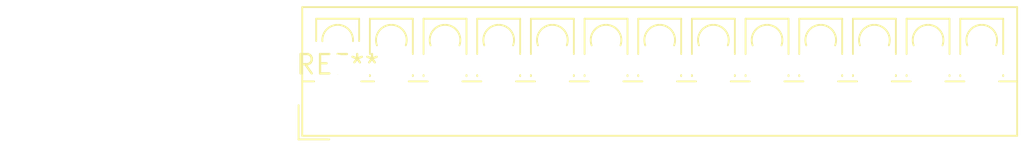
<source format=kicad_pcb>
(kicad_pcb (version 20240108) (generator pcbnew)
  (layers (0 "F.Cu" signal) (31 "B.Cu" signal) (34 "B.Paste" user) (35 "F.Paste" user) (36 "B.SilkS" user "B.Silkscreen") (37 "F.SilkS" user "F.Silkscreen") (38 "B.Mask" user) (39 "F.Mask" user) (44 "Edge.Cuts" user))
  (net 0 "")
  (footprint "TerminalBlock_4Ucon_1x13_P3.50mm_Vertical" (layer "F.Cu") (at 0 0)
    (property "Reference" "REF**")
    (property "Value" "TerminalBlock_4Ucon_1x13_P3.50mm_Vertical")
    (fp_line (start -2.55 2.66) (end -2.55 4.9) (layer "F.SilkS") (stroke (width 0.12)))
    (fp_line (start -2.55 4.9) (end -0.55 4.9) (layer "F.SilkS") (stroke (width 0.12)))
    (fp_line (start -2.31 -3.76) (end -2.31 4.66) (layer "F.SilkS") (stroke (width 0.12)))
    (fp_line (start -2.31 -3.76) (end 44.31 -3.76) (layer "F.SilkS") (stroke (width 0.12)))
    (fp_line (start -2.31 1.101) (end -1.54 1.101) (layer "F.SilkS") (stroke (width 0.12)))
    (fp_line (start -2.31 4.66) (end 44.31 4.66) (layer "F.SilkS") (stroke (width 0.12)))
    (fp_line (start -1.4 -3) (end -1.4 -1.54) (layer "F.SilkS") (stroke (width 0.12)))
    (fp_line (start -1.4 -3) (end 1.4 -3) (layer "F.SilkS") (stroke (width 0.12)))
    (fp_line (start 1.4 -3) (end 1.4 -1.54) (layer "F.SilkS") (stroke (width 0.12)))
    (fp_line (start 1.54 1.101) (end 2.367 1.101) (layer "F.SilkS") (stroke (width 0.12)))
    (fp_line (start 2.1 -3) (end 2.1 -0.689) (layer "F.SilkS") (stroke (width 0.12)))
    (fp_line (start 2.1 -3) (end 4.9 -3) (layer "F.SilkS") (stroke (width 0.12)))
    (fp_line (start 2.1 0.689) (end 2.1 0.75) (layer "F.SilkS") (stroke (width 0.12)))
    (fp_line (start 2.1 0.75) (end 2.101 0.75) (layer "F.SilkS") (stroke (width 0.12)))
    (fp_line (start 4.634 1.101) (end 5.867 1.101) (layer "F.SilkS") (stroke (width 0.12)))
    (fp_line (start 4.9 -3) (end 4.9 -0.689) (layer "F.SilkS") (stroke (width 0.12)))
    (fp_line (start 4.9 0.689) (end 4.9 0.75) (layer "F.SilkS") (stroke (width 0.12)))
    (fp_line (start 4.9 0.75) (end 4.9 0.75) (layer "F.SilkS") (stroke (width 0.12)))
    (fp_line (start 5.6 -3) (end 5.6 -0.689) (layer "F.SilkS") (stroke (width 0.12)))
    (fp_line (start 5.6 -3) (end 8.4 -3) (layer "F.SilkS") (stroke (width 0.12)))
    (fp_line (start 5.6 0.689) (end 5.6 0.75) (layer "F.SilkS") (stroke (width 0.12)))
    (fp_line (start 5.6 0.75) (end 5.601 0.75) (layer "F.SilkS") (stroke (width 0.12)))
    (fp_line (start 8.134 1.101) (end 9.367 1.101) (layer "F.SilkS") (stroke (width 0.12)))
    (fp_line (start 8.4 -3) (end 8.4 -0.689) (layer "F.SilkS") (stroke (width 0.12)))
    (fp_line (start 8.4 0.689) (end 8.4 0.75) (layer "F.SilkS") (stroke (width 0.12)))
    (fp_line (start 8.4 0.75) (end 8.4 0.75) (layer "F.SilkS") (stroke (width 0.12)))
    (fp_line (start 9.1 -3) (end 9.1 -0.689) (layer "F.SilkS") (stroke (width 0.12)))
    (fp_line (start 9.1 -3) (end 11.9 -3) (layer "F.SilkS") (stroke (width 0.12)))
    (fp_line (start 9.1 0.689) (end 9.1 0.75) (layer "F.SilkS") (stroke (width 0.12)))
    (fp_line (start 9.1 0.75) (end 9.101 0.75) (layer "F.SilkS") (stroke (width 0.12)))
    (fp_line (start 11.634 1.101) (end 12.867 1.101) (layer "F.SilkS") (stroke (width 0.12)))
    (fp_line (start 11.9 -3) (end 11.9 -0.689) (layer "F.SilkS") (stroke (width 0.12)))
    (fp_line (start 11.9 0.689) (end 11.9 0.75) (layer "F.SilkS") (stroke (width 0.12)))
    (fp_line (start 11.9 0.75) (end 11.9 0.75) (layer "F.SilkS") (stroke (width 0.12)))
    (fp_line (start 12.6 -3) (end 12.6 -0.689) (layer "F.SilkS") (stroke (width 0.12)))
    (fp_line (start 12.6 -3) (end 15.4 -3) (layer "F.SilkS") (stroke (width 0.12)))
    (fp_line (start 12.6 0.689) (end 12.6 0.75) (layer "F.SilkS") (stroke (width 0.12)))
    (fp_line (start 12.6 0.75) (end 12.601 0.75) (layer "F.SilkS") (stroke (width 0.12)))
    (fp_line (start 15.134 1.101) (end 16.367 1.101) (layer "F.SilkS") (stroke (width 0.12)))
    (fp_line (start 15.4 -3) (end 15.4 -0.689) (layer "F.SilkS") (stroke (width 0.12)))
    (fp_line (start 15.4 0.689) (end 15.4 0.75) (layer "F.SilkS") (stroke (width 0.12)))
    (fp_line (start 15.4 0.75) (end 15.4 0.75) (layer "F.SilkS") (stroke (width 0.12)))
    (fp_line (start 16.101 -3) (end 16.101 -0.689) (layer "F.SilkS") (stroke (width 0.12)))
    (fp_line (start 16.101 -3) (end 18.9 -3) (layer "F.SilkS") (stroke (width 0.12)))
    (fp_line (start 16.101 0.689) (end 16.101 0.75) (layer "F.SilkS") (stroke (width 0.12)))
    (fp_line (start 16.101 0.75) (end 16.101 0.75) (layer "F.SilkS") (stroke (width 0.12)))
    (fp_line (start 18.634 1.101) (end 19.867 1.101) (layer "F.SilkS") (stroke (width 0.12)))
    (fp_line (start 18.9 -3) (end 18.9 -0.689) (layer "F.SilkS") (stroke (width 0.12)))
    (fp_line (start 18.9 0.689) (end 18.9 0.75) (layer "F.SilkS") (stroke (width 0.12)))
    (fp_line (start 18.9 0.75) (end 18.9 0.75) (layer "F.SilkS") (stroke (width 0.12)))
    (fp_line (start 19.6 -3) (end 19.6 -0.689) (layer "F.SilkS") (stroke (width 0.12)))
    (fp_line (start 19.6 -3) (end 22.4 -3) (layer "F.SilkS") (stroke (width 0.12)))
    (fp_line (start 19.6 0.689) (end 19.6 0.75) (layer "F.SilkS") (stroke (width 0.12)))
    (fp_line (start 19.6 0.75) (end 19.601 0.75) (layer "F.SilkS") (stroke (width 0.12)))
    (fp_line (start 22.134 1.101) (end 23.367 1.101) (layer "F.SilkS") (stroke (width 0.12)))
    (fp_line (start 22.4 -3) (end 22.4 -0.689) (layer "F.SilkS") (stroke (width 0.12)))
    (fp_line (start 22.4 0.689) (end 22.4 0.75) (layer "F.SilkS") (stroke (width 0.12)))
    (fp_line (start 22.4 0.75) (end 22.4 0.75) (layer "F.SilkS") (stroke (width 0.12)))
    (fp_line (start 23.1 -3) (end 23.1 -0.689) (layer "F.SilkS") (stroke (width 0.12)))
    (fp_line (start 23.1 -3) (end 25.9 -3) (layer "F.SilkS") (stroke (width 0.12)))
    (fp_line (start 23.1 0.689) (end 23.1 0.75) (layer "F.SilkS") (stroke (width 0.12)))
    (fp_line (start 23.1 0.75) (end 23.101 0.75) (layer "F.SilkS") (stroke (width 0.12)))
    (fp_line (start 25.634 1.101) (end 26.867 1.101) (layer "F.SilkS") (stroke (width 0.12)))
    (fp_line (start 25.9 -3) (end 25.9 -0.689) (layer "F.SilkS") (stroke (width 0.12)))
    (fp_line (start 25.9 0.689) (end 25.9 0.75) (layer "F.SilkS") (stroke (width 0.12)))
    (fp_line (start 25.9 0.75) (end 25.9 0.75) (layer "F.SilkS") (stroke (width 0.12)))
    (fp_line (start 26.6 -3) (end 26.6 -0.689) (layer "F.SilkS") (stroke (width 0.12)))
    (fp_line (start 26.6 -3) (end 29.4 -3) (layer "F.SilkS") (stroke (width 0.12)))
    (fp_line (start 26.6 0.689) (end 26.6 0.75) (layer "F.SilkS") (stroke (width 0.12)))
    (fp_line (start 26.6 0.75) (end 26.601 0.75) (layer "F.SilkS") (stroke (width 0.12)))
    (fp_line (start 29.134 1.101) (end 30.367 1.101) (layer "F.SilkS") (stroke (width 0.12)))
    (fp_line (start 29.4 -3) (end 29.4 -0.689) (layer "F.SilkS") (stroke (width 0.12)))
    (fp_line (start 29.4 0.689) (end 29.4 0.75) (layer "F.SilkS") (stroke (width 0.12)))
    (fp_line (start 29.4 0.75) (end 29.4 0.75) (layer "F.SilkS") (stroke (width 0.12)))
    (fp_line (start 30.1 -3) (end 30.1 -0.689) (layer "F.SilkS") (stroke (width 0.12)))
    (fp_line (start 30.1 -3) (end 32.9 -3) (layer "F.SilkS") (stroke (width 0.12)))
    (fp_line (start 30.1 0.689) (end 30.1 0.75) (layer "F.SilkS") (stroke (width 0.12)))
    (fp_line (start 30.1 0.75) (end 30.101 0.75) (layer "F.SilkS") (stroke (width 0.12)))
    (fp_line (start 32.634 1.101) (end 33.867 1.101) (layer "F.SilkS") (stroke (width 0.12)))
    (fp_line (start 32.9 -3) (end 32.9 -0.689) (layer "F.SilkS") (stroke (width 0.12)))
    (fp_line (start 32.9 0.689) (end 32.9 0.75) (layer "F.SilkS") (stroke (width 0.12)))
    (fp_line (start 32.9 0.75) (end 32.9 0.75) (layer "F.SilkS") (stroke (width 0.12)))
    (fp_line (start 33.6 -3) (end 33.6 -0.689) (layer "F.SilkS") (stroke (width 0.12)))
    (fp_line (start 33.6 -3) (end 36.4 -3) (layer "F.SilkS") (stroke (width 0.12)))
    (fp_line (start 33.6 0.689) (end 33.6 0.75) (layer "F.SilkS") (stroke (width 0.12)))
    (fp_line (start 33.6 0.75) (end 33.601 0.75) (layer "F.SilkS") (stroke (width 0.12)))
    (fp_line (start 36.134 1.101) (end 37.367 1.101) (layer "F.SilkS") (stroke (width 0.12)))
    (fp_line (start 36.4 -3) (end 36.4 -0.689) (layer "F.SilkS") (stroke (width 0.12)))
    (fp_line (start 36.4 0.689) (end 36.4 0.75) (layer "F.SilkS") (stroke (width 0.12)))
    (fp_line (start 36.4 0.75) (end 36.4 0.75) (layer "F.SilkS") (stroke (width 0.12)))
    (fp_line (start 37.1 -3) (end 37.1 -0.689) (layer "F.SilkS") (stroke (width 0.12)))
    (fp_line (start 37.1 -3) (end 39.9 -3) (layer "F.SilkS") (stroke (width 0.12)))
    (fp_line (start 37.1 0.689) (end 37.1 0.75) (layer "F.SilkS") (stroke (width 0.12)))
    (fp_line (start 37.1 0.75) (end 37.101 0.75) (layer "F.SilkS") (stroke (width 0.12)))
    (fp_line (start 39.634 1.101) (end 40.867 1.101) (layer "F.SilkS") (stroke (width 0.12)))
    (fp_line (start 39.9 -3) (end 39.9 -0.689) (layer "F.SilkS") (stroke (width 0.12)))
    (fp_line (start 39.9 0.689) (end 39.9 0.75) (layer "F.SilkS") (stroke (width 0.12)))
    (fp_line (start 39.9 0.75) (end 39.9 0.75) (layer "F.SilkS") (stroke (width 0.12)))
    (fp_line (start 40.6 -3) (end 40.6 -0.689) (layer "F.SilkS") (stroke (width 0.12)))
    (fp_line (start 40.6 -3) (end 43.4 -3) (layer "F.SilkS") (stroke (width 0.12)))
    (fp_line (start 40.6 0.689) (end 40.6 0.75) (layer "F.SilkS") (stroke (width 0.12)))
    (fp_line (start 40.6 0.75) (end 40.601 0.75) (layer "F.SilkS") (stroke (width 0.12)))
    (fp_line (start 43.134 1.101) (end 44.31 1.101) (layer "F.SilkS") (stroke (width 0.12)))
    (fp_line (start 43.4 -3) (end 43.4 -0.689) (layer "F.SilkS") (stroke (width 0.12)))
    (fp_line (start 43.4 0.689) (end 43.4 0.75) (layer "F.SilkS") (stroke (width 0.12)))
    (fp_line (start 43.4 0.75) (end 43.4 0.75) (layer "F.SilkS") (stroke (width 0.12)))
    (fp_line (start 44.31 -3.76) (end 44.31 4.66) (layer "F.SilkS") (stroke (width 0.12)))
    (fp_arc (start -0.99789 -1.529434) (mid -0.000785 -2.600382) (end 0.998 -1.531) (layer "F.SilkS") (stroke (width 0.12)))
    (fp_arc (start 2.560085 -1.257767) (mid 3.499876 -2.600282) (end 4.44 -1.258) (layer "F.SilkS") (stroke (width 0.12)))
    (fp_arc (start 6.060085 -1.257767) (mid 6.999876 -2.600282) (end 7.94 -1.258) (layer "F.SilkS") (stroke (width 0.12)))
    (fp_arc (start 9.560085 -1.257767) (mid 10.499876 -2.600282) (end 11.44 -1.258) (layer "F.SilkS") (stroke (width 0.12)))
    (fp_arc (start 13.060085 -1.257767) (mid 13.999876 -2.600282) (end 14.94 -1.258) (layer "F.SilkS") (stroke (width 0.12)))
    (fp_arc (start 16.560085 -1.257767) (mid 17.499876 -2.600282) (end 18.44 -1.258) (layer "F.SilkS") (stroke (width 0.12)))
    (fp_arc (start 20.060085 -1.257767) (mid 20.999876 -2.600282) (end 21.94 -1.258) (layer "F.SilkS") (stroke (width 0.12)))
    (fp_arc (start 23.560085 -1.257767) (mid 24.499876 -2.600282) (end 25.44 -1.258) (layer "F.SilkS") (stroke (width 0.12)))
    (fp_arc (start 27.060085 -1.257767) (mid 27.999876 -2.600282) (end 28.94 -1.258) (layer "F.SilkS") (stroke (width 0.12)))
    (fp_arc (start 30.560085 -1.257767) (mid 31.499876 -2.600282) (end 32.44 -1.258) (layer "F.SilkS") (stroke (width 0.12)))
    (fp_arc (start 34.060085 -1.257767) (mid 34.999876 -2.600282) (end 35.94 -1.258) (layer "F.SilkS") (stroke (width 0.12)))
    (fp_arc (start 37.560085 -1.257767) (mid 38.499876 -2.600282) (end 39.44 -1.258) (layer "F.SilkS") (stroke (width 0.12)))
    (fp_arc (start 41.060085 -1.257767) (mid 41.999876 -2.600282) (end 42.94 -1.258) (layer "F.SilkS") (stroke (width 0.12)))
    (pad "1" thru_hole rect (at 0 0) (size 2.6 2.6) (drill 1.3) (layers *.Cu *.Mask) (remove_unused_layers))
    (pad "2" thru_hole circle (at 3.5 0) (size 2.6 2.6) (drill 1.3) (layers *.Cu *.Mask) (remove_unused_layers))
    (pad "3" thru_hole circle (at 7 0) (size 2.6 2.6) (drill 1.3) (layers *.Cu *.Mask) (remove_unused_layers))
    (pad "4" thru_hole circle (at 10.5 0) (size 2.6 2.6) (drill 1.3) (layers *.Cu *.Mask) (remove_unused_layers))
    (pad "5" thru_hole circle (at 14 0) (size 2.6 2.6) (drill 1.3) (layers *.Cu *.Mask) (remove_unused_layers))
    (pad "6" thru_hole circle (at 17.5 0) (size 2.6 2.6) (drill 1.3) (layers *.Cu *.Mask) (remove_unused_layers))
    (pad "7" thru_hole circle (at 21 0) (size 2.6 2.6) (drill 1.3) (layers *.Cu *.Mask) (remove_unused_layers))
    (pad "8" thru_hole circle (at 24.5 0) (size 2.6 2.6) (drill 1.3) (layers *.Cu *.Mask) (remove_unused_layers))
    (pad "9" thru_hole circle (at 28 0) (size 2.6 2.6) (drill 1.3) (layers *.Cu *.Mask) (remove_unused_layers))
    (pad "10" thru_hole circle (at 31.5 0) (size 2.6 2.6) (drill 1.3) (layers *.Cu *.Mask) (remove_unused_layers))
    (pad "11" thru_hole circle (at 35 0) (size 2.6 2.6) (drill 1.3) (layers *.Cu *.Mask) (remove_unused_layers))
    (pad "12" thru_hole circle (at 38.5 0) (size 2.6 2.6) (drill 1.3) (layers *.Cu *.Mask) (remove_unused_layers))
    (pad "13" thru_hole circle (at 42 0) (size 2.6 2.6) (drill 1.3) (layers *.Cu *.Mask) (remove_unused_layers))
  )
)
</source>
